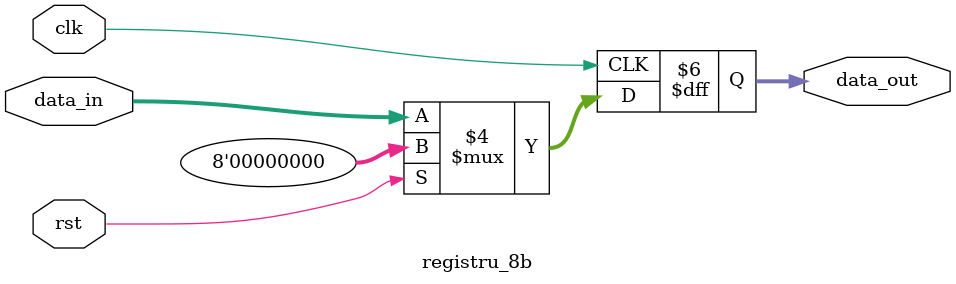
<source format=sv>
`timescale 1ns / 1ps

module registru_8b
	(
		input logic clk,
		input logic rst, 
		input logic [7:0] data_in, 
		output logic [7:0] data_out 
    );
    
always_ff @(posedge clk) begin    
    if(rst == 1) data_out <= 0;
    else
    	begin
           data_out <= data_in;
		end
end
    
endmodule

</source>
